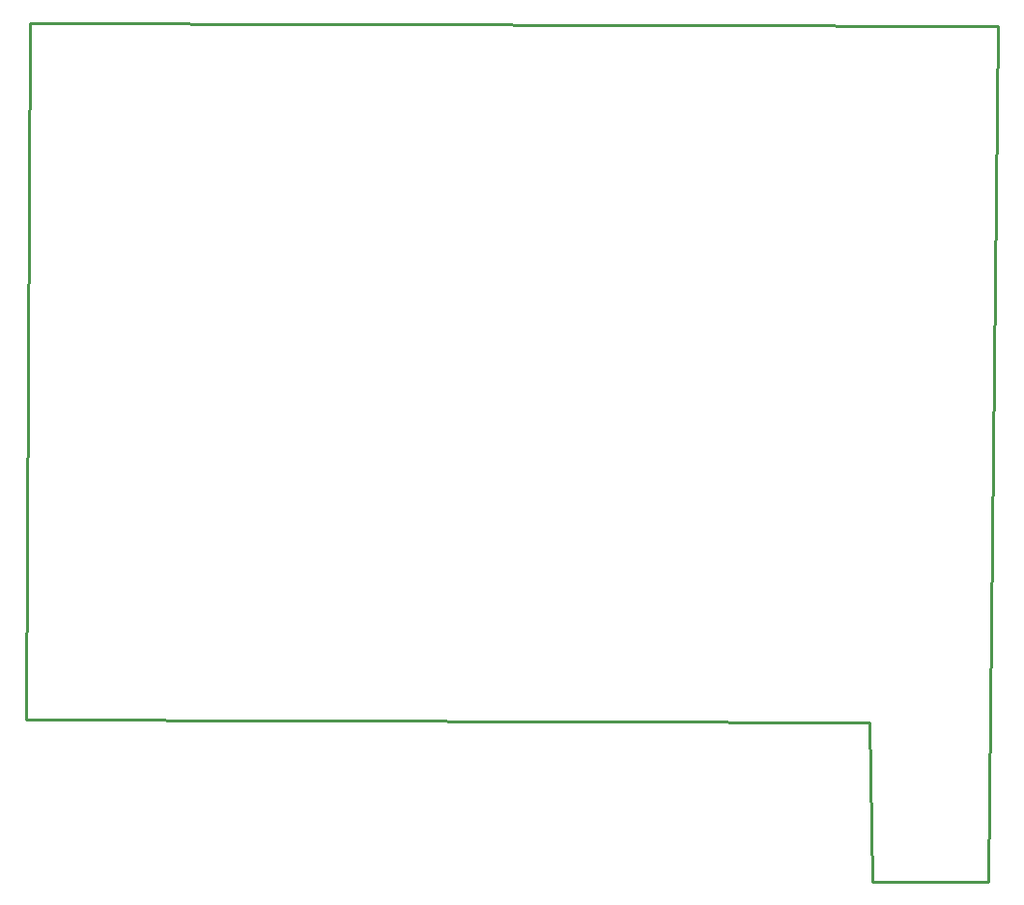
<source format=gko>
G04 Layer: BoardOutline*
G04 EasyEDA v6.4.3, 2020-08-09T00:17:02+05:30*
G04 6b3d8b3936fd40358e4656ce58cb2351,cf4aa5727a6a49518b7f5d996050d5f8,10*
G04 Gerber Generator version 0.2*
G04 Scale: 100 percent, Rotated: No, Reflected: No *
G04 Dimensions in millimeters *
G04 leading zeros omitted , absolute positions ,3 integer and 3 decimal *
%FSLAX33Y33*%
%MOMM*%
G90*
G71D02*

%ADD10C,0.254000*%
G54D10*
G01X381Y75311D02*
G01X85217Y75057D01*
G01X84328Y0D01*
G01X74168Y0D01*
G01X73914Y13970D01*
G01X0Y14224D01*
G01X381Y75311D01*

%LPD*%
M00*
M02*

</source>
